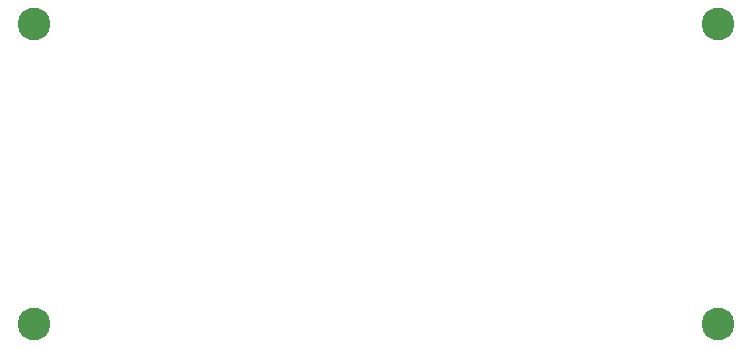
<source format=gbr>
%TF.GenerationSoftware,Altium Limited,Altium Designer,25.0.2 (28)*%
G04 Layer_Color=0*
%FSLAX45Y45*%
%MOMM*%
%TF.SameCoordinates,44E48E83-7C08-43AE-99C3-F3FE45A01566*%
%TF.FilePolarity,Positive*%
%TF.FileFunction,NonPlated,1,2,NPTH,Drill*%
%TF.Part,Single*%
G01*
G75*
%TA.AperFunction,ComponentDrill*%
%ADD17C,2.76860*%
D17*
X2882900Y5524500D02*
D03*
X8674100D02*
D03*
Y2984500D02*
D03*
X2882900D02*
D03*
%TF.MD5,986d80a38ec22db941abab9cf6d143fe*%
M02*

</source>
